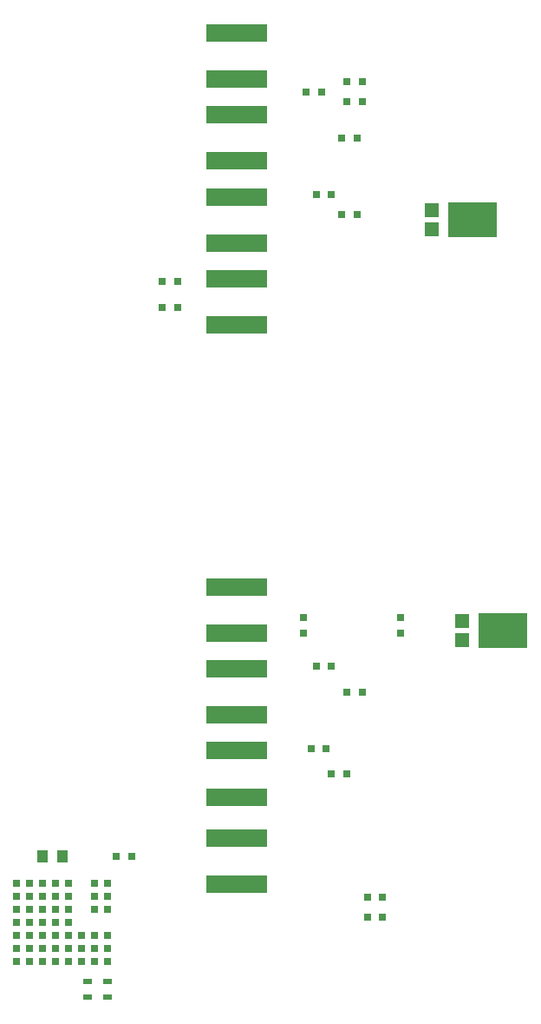
<source format=gbp>
G04 #@! TF.FileFunction,Paste,Bot*
%FSLAX46Y46*%
G04 Gerber Fmt 4.6, Leading zero omitted, Abs format (unit mm)*
G04 Created by KiCad (PCBNEW 4.0.7) date 08/30/17 11:51:51*
%MOMM*%
%LPD*%
G01*
G04 APERTURE LIST*
%ADD10C,0.150000*%
%ADD11R,0.800000X0.750000*%
%ADD12R,0.750000X0.800000*%
%ADD13R,0.900000X0.500000*%
%ADD14R,0.640000X0.640000*%
%ADD15R,5.900000X1.700000*%
%ADD16R,1.000000X1.250000*%
%ADD17R,1.400000X1.390000*%
%ADD18R,4.860000X3.360000*%
G04 APERTURE END LIST*
D10*
D11*
X98250000Y-93000000D03*
X96750000Y-93000000D03*
X122750000Y-99000000D03*
X121250000Y-99000000D03*
X101250000Y-37000000D03*
X102750000Y-37000000D03*
X117250000Y-82500000D03*
X115750000Y-82500000D03*
X117750000Y-28500000D03*
X116250000Y-28500000D03*
X117750000Y-74500000D03*
X116250000Y-74500000D03*
X120250000Y-23000000D03*
X118750000Y-23000000D03*
D12*
X124500000Y-71250000D03*
X124500000Y-69750000D03*
D11*
X120750000Y-17500000D03*
X119250000Y-17500000D03*
D13*
X93900000Y-105250000D03*
X93900000Y-106750000D03*
X95900000Y-105250000D03*
X95900000Y-106750000D03*
D11*
X122750000Y-97000000D03*
X121250000Y-97000000D03*
X101250000Y-39500000D03*
X102750000Y-39500000D03*
X119250000Y-85000000D03*
X117750000Y-85000000D03*
X120250000Y-30500000D03*
X118750000Y-30500000D03*
X120750000Y-77000000D03*
X119250000Y-77000000D03*
X116750000Y-18500000D03*
X115250000Y-18500000D03*
D12*
X115000000Y-71250000D03*
X115000000Y-69750000D03*
D11*
X120750000Y-19500000D03*
X119250000Y-19500000D03*
D14*
X95845000Y-103310000D03*
X94575000Y-103310000D03*
X93305000Y-103310000D03*
X92035000Y-103310000D03*
X90765000Y-103310000D03*
X89495000Y-103310000D03*
X88225000Y-103310000D03*
X86955000Y-103310000D03*
X95845000Y-102040000D03*
X94575000Y-102040000D03*
X93305000Y-102040000D03*
X92035000Y-102040000D03*
X90765000Y-102040000D03*
X89495000Y-102040000D03*
X88225000Y-102040000D03*
X86955000Y-102040000D03*
X95845000Y-100770000D03*
X94575000Y-100770000D03*
X93305000Y-100770000D03*
X92035000Y-100770000D03*
X90765000Y-100770000D03*
X89495000Y-100770000D03*
X88225000Y-100770000D03*
X86955000Y-100770000D03*
X92035000Y-99500000D03*
X90765000Y-99500000D03*
X89495000Y-99500000D03*
X88225000Y-99500000D03*
X86955000Y-99500000D03*
X95845000Y-98230000D03*
X94575000Y-98230000D03*
X92035000Y-98230000D03*
X90765000Y-98230000D03*
X89495000Y-98230000D03*
X88225000Y-98230000D03*
X86955000Y-98230000D03*
X94575000Y-96960000D03*
X90765000Y-96960000D03*
X92035000Y-96960000D03*
X95845000Y-95690000D03*
X95845000Y-96960000D03*
X94575000Y-95690000D03*
X92035000Y-95690000D03*
X86955000Y-95690000D03*
X88225000Y-95690000D03*
X89495000Y-95690000D03*
X90765000Y-95690000D03*
X89495000Y-96960000D03*
X88225000Y-96960000D03*
X86955000Y-96960000D03*
X86955000Y-95690000D03*
D15*
X108500000Y-91250000D03*
X108500000Y-95750000D03*
X108500000Y-36750000D03*
X108500000Y-41250000D03*
X108500000Y-82750000D03*
X108500000Y-87250000D03*
X108500000Y-28750000D03*
X108500000Y-33250000D03*
X108500000Y-74750000D03*
X108500000Y-79250000D03*
X108500000Y-20750000D03*
X108500000Y-25250000D03*
X108500000Y-66750000D03*
X108500000Y-71250000D03*
X108500000Y-12750000D03*
X108500000Y-17250000D03*
D16*
X89500000Y-93000000D03*
X91500000Y-93000000D03*
D17*
X130518000Y-71920000D03*
D18*
X134500000Y-71000000D03*
D17*
X130518000Y-70080000D03*
X127518000Y-31920000D03*
D18*
X131500000Y-31000000D03*
D17*
X127518000Y-30080000D03*
M02*

</source>
